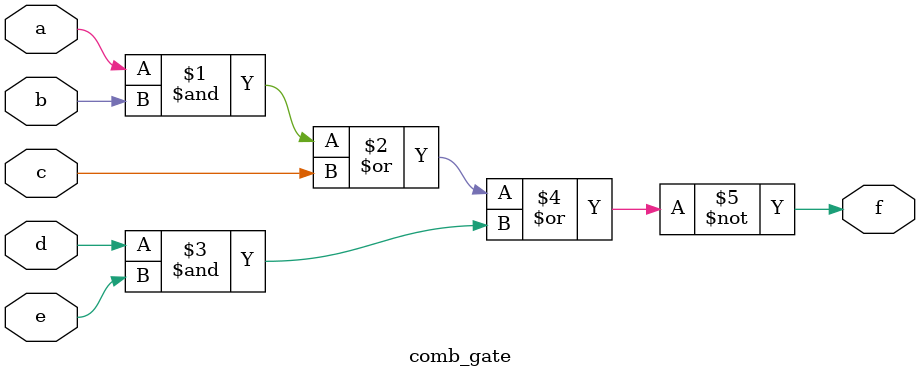
<source format=v>
module comb_gate(a, b, c, d, e, f);
    input  a, b, c, d, e;
    output f;

    assign f = ~(a & b | c | d & e);

endmodule
</source>
